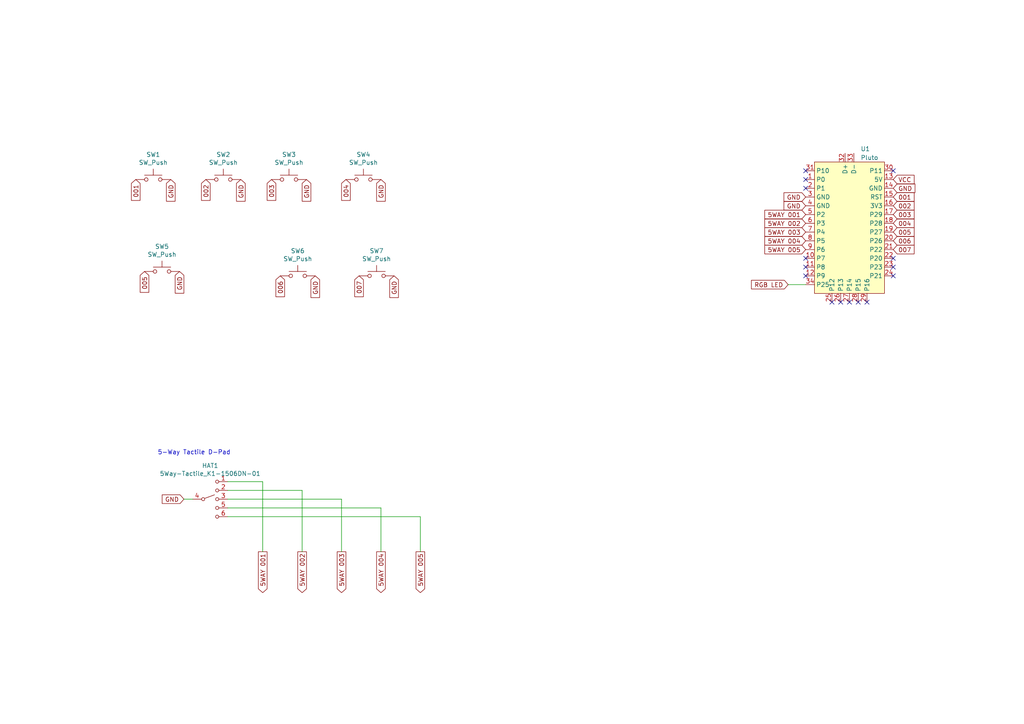
<source format=kicad_sch>
(kicad_sch (version 20230121) (generator eeschema)
  (paper "A4")
  (lib_symbols
    (symbol "Best Symbol Library Final v3:5Way-Tactile_K1-1506DN-01" (pin_names (offset 0) hide)
      (property "Reference" "HAT1" (at 0 9.7282 0))
      (property "Value" "5Way-Tactile_K1-1506DN-01" (at 0 7.4168 0))
      (symbol "5Way-Tactile_K1-1506DN-01_0_1"
        (circle (center -2.032 0) (radius 0.4572))
        (polyline (pts (xy -1.524 0.254) (xy 1.27 1.27)))
        (circle (center 2.032 -2.54) (radius 0.4572))
        (circle (center 2.032 0) (radius 0.4572))
        (circle (center 2.032 2.54) (radius 0.4572))
      )
      (symbol "5Way-Tactile_K1-1506DN-01_1_1"
        (circle (center 2.032 -5.08) (radius 0.4572))
        (circle (center 2.032 5.08) (radius 0.4572))
        (pin passive line (at 5.08 5.08 180) (length 2.54) (name "1") (number "1"))
        (pin passive line (at 5.08 2.54 180) (length 2.54) (name "2") (number "2"))
        (pin passive line (at 5.08 0 180) (length 2.54) (name "3") (number "3"))
        (pin passive line (at -5.08 0 0) (length 2.54) (name "4") (number "4"))
        (pin passive line (at 5.08 -2.54 180) (length 2.54) (name "5") (number "5"))
        (pin passive line (at 5.08 -5.08 180) (length 2.54) (name "6") (number "6"))
      )
    )
    (symbol "PCM_marbastlib-promicroish:Helios" (in_bom no)
      (property "Reference" "U" (at -7.62 22.86 0))
      (property "Value" "Pluto" (at -7.62 20.32 0))
      (symbol "Helios_0_0"
        (pin bidirectional line (at -12.7 13.97 0) (length 2.54) (name "P0") (number "1"))
        (pin bidirectional line (at -12.7 -8.89 0) (length 2.54) (name "P7") (number "10"))
        (pin bidirectional line (at -12.7 -11.43 0) (length 2.54) (name "P8") (number "11"))
        (pin bidirectional line (at -12.7 -13.97 0) (length 2.54) (name "P9") (number "12"))
        (pin power_out line (at 12.7 11.43 180) (length 2.54) (name "GND") (number "14"))
        (pin bidirectional line (at 12.7 8.89 180) (length 2.54) (name "RST") (number "15"))
        (pin bidirectional line (at 12.7 3.81 180) (length 2.54) (name "P29") (number "17"))
        (pin bidirectional line (at 12.7 1.27 180) (length 2.54) (name "P28") (number "18"))
        (pin bidirectional line (at 12.7 -1.27 180) (length 2.54) (name "P27") (number "19"))
        (pin bidirectional line (at -12.7 11.43 0) (length 2.54) (name "P1") (number "2"))
        (pin bidirectional line (at 12.7 -3.81 180) (length 2.54) (name "P26") (number "20"))
        (pin bidirectional line (at 12.7 -6.35 180) (length 2.54) (name "P22") (number "21"))
        (pin bidirectional line (at 12.7 -8.89 180) (length 2.54) (name "P20") (number "22"))
        (pin bidirectional line (at 12.7 -11.43 180) (length 2.54) (name "P23") (number "23"))
        (pin bidirectional line (at 12.7 -13.97 180) (length 2.54) (name "P21") (number "24"))
        (pin power_out line (at -12.7 8.89 0) (length 2.54) (name "GND") (number "3"))
        (pin power_out line (at -12.7 6.35 0) (length 2.54) (name "GND") (number "4"))
        (pin bidirectional line (at -12.7 3.81 0) (length 2.54) (name "P2") (number "5"))
        (pin bidirectional line (at -12.7 1.27 0) (length 2.54) (name "P3") (number "6"))
        (pin bidirectional line (at -12.7 -1.27 0) (length 2.54) (name "P4") (number "7"))
        (pin bidirectional line (at -12.7 -3.81 0) (length 2.54) (name "P5") (number "8"))
        (pin bidirectional line (at -12.7 -6.35 0) (length 2.54) (name "P6") (number "9"))
      )
      (symbol "Helios_1_0"
        (pin bidirectional line (at 12.7 13.97 180) (length 2.54) (name "5V") (number "13"))
        (pin power_out line (at 12.7 6.35 180) (length 2.54) (name "3V3") (number "16"))
        (pin bidirectional line (at -5.08 -21.59 90) (length 2.54) (name "P12") (number "25"))
        (pin bidirectional line (at -2.54 -21.59 90) (length 2.54) (name "P13") (number "26"))
        (pin bidirectional line (at 0 -21.59 90) (length 2.54) (name "P14") (number "27"))
        (pin bidirectional line (at 2.54 -21.59 90) (length 2.54) (name "P15") (number "28"))
        (pin bidirectional line (at 5.08 -21.59 90) (length 2.54) (name "P16") (number "29"))
        (pin power_in line (at 12.7 16.51 180) (length 2.54) (name "P11") (number "30"))
        (pin bidirectional line (at -12.7 16.51 0) (length 2.54) (name "P10") (number "31"))
        (pin bidirectional line (at -1.27 21.59 270) (length 2.54) (name "D+") (number "32"))
        (pin bidirectional line (at 1.27 21.59 270) (length 2.54) (name "D-") (number "33"))
        (pin bidirectional line (at -12.7 -16.51 0) (length 2.54) (name "P25") (number "34"))
      )
      (symbol "Helios_1_1"
        (rectangle (start -10.16 19.05) (end 10.16 -19.05) (fill (type background)))
      )
    )
    (symbol "Switch:SW_Push" (pin_numbers hide) (pin_names (offset 1.016) hide)
      (property "Reference" "SW" (at 1.27 2.54 0))
      (property "Value" "SW_Push" (at 0 -1.524 0))
      (symbol "SW_Push_0_1"
        (circle (center -2.032 0) (radius 0.508))
        (polyline (pts (xy 0 1.27) (xy 0 3.048)))
        (polyline (pts (xy 2.54 1.27) (xy -2.54 1.27)))
        (circle (center 2.032 0) (radius 0.508))
        (pin passive line (at -5.08 0 0) (length 2.54) (name "1") (number "1"))
        (pin passive line (at 5.08 0 180) (length 2.54) (name "2") (number "2"))
      )
    )
  )
  (no_connect (at 248.92 87.63))
  (no_connect (at 233.68 80.01))
  (no_connect (at 259.08 74.93))
  (no_connect (at 233.68 54.61))
  (no_connect (at 259.08 80.01))
  (no_connect (at 233.68 52.07))
  (no_connect (at 233.68 49.53))
  (no_connect (at 233.68 77.47))
  (no_connect (at 243.84 87.63))
  (no_connect (at 233.68 74.93))
  (no_connect (at 259.08 77.47))
  (no_connect (at 259.08 49.53))
  (no_connect (at 246.38 87.63))
  (no_connect (at 251.46 87.63))
  (no_connect (at 241.3 87.63))
  (wire (pts (xy 55.88 144.78) (xy 53.34 144.78)))
  (wire (pts (xy 66.04 149.86) (xy 121.92 149.86)))
  (wire (pts (xy 87.63 142.24) (xy 87.63 160.02)))
  (wire (pts (xy 76.2 139.7) (xy 76.2 160.02)))
  (wire (pts (xy 99.06 144.78) (xy 99.06 160.02)))
  (wire (pts (xy 110.49 147.32) (xy 110.49 160.02)))
  (wire (pts (xy 66.04 147.32) (xy 110.49 147.32)))
  (wire (pts (xy 121.92 149.86) (xy 121.92 160.02)))
  (wire (pts (xy 228.6 82.55) (xy 233.68 82.55)))
  (wire (pts (xy 66.04 139.7) (xy 76.2 139.7)))
  (wire (pts (xy 66.04 144.78) (xy 99.06 144.78)))
  (wire (pts (xy 66.04 142.24) (xy 87.63 142.24)))
  (text "5-Way Tactile D-Pad" (at 45.72 132.08 0) (effects (font (size 1.27 1.27)) (justify left bottom)))
  (global_label "005" (shape input) (at 259.08 67.31 0) (property "Intersheetrefs" "${INTERSHEET_REFS}" (effects hide)))
  (global_label "GND" (shape input) (at 69.85 52.07 270) (property "Intersheetrefs" "${INTERSHEET_REFS}" (effects hide)))
  (global_label "003" (shape input) (at 259.08 62.23 0) (property "Intersheetrefs" "${INTERSHEET_REFS}" (effects hide)))
  (global_label "002" (shape input) (at 259.08 59.69 0) (property "Intersheetrefs" "${INTERSHEET_REFS}" (effects hide)))
  (global_label "001" (shape input) (at 39.37 52.07 270) (property "Intersheetrefs" "${INTERSHEET_REFS}" (effects hide)))
  (global_label "004" (shape input) (at 100.33 52.07 270) (property "Intersheetrefs" "${INTERSHEET_REFS}" (effects hide)))
  (global_label "GND" (shape input) (at 110.49 52.07 270) (property "Intersheetrefs" "${INTERSHEET_REFS}" (effects hide)))
  (global_label "5WAY 005" (shape output) (at 121.92 160.02 270) (property "Intersheetrefs" "${INTERSHEET_REFS}" (effects hide)))
  (global_label "GND" (shape input) (at 52.07 78.74 270) (property "Intersheetrefs" "${INTERSHEET_REFS}" (effects hide)))
  (global_label "GND" (shape input) (at 91.44 80.01 270) (property "Intersheetrefs" "${INTERSHEET_REFS}" (effects hide)))
  (global_label "GND" (shape input) (at 233.68 57.15 180) (property "Intersheetrefs" "${INTERSHEET_REFS}" (effects hide)))
  (global_label "5WAY 002" (shape output) (at 87.63 160.02 270) (property "Intersheetrefs" "${INTERSHEET_REFS}" (effects hide)))
  (global_label "007" (shape input) (at 104.14 80.01 270) (property "Intersheetrefs" "${INTERSHEET_REFS}" (effects hide)))
  (global_label "004" (shape input) (at 259.08 64.77 0) (property "Intersheetrefs" "${INTERSHEET_REFS}" (effects hide)))
  (global_label "GND" (shape input) (at 88.9 52.07 270) (property "Intersheetrefs" "${INTERSHEET_REFS}" (effects hide)))
  (global_label "006" (shape input) (at 259.08 69.85 0) (property "Intersheetrefs" "${INTERSHEET_REFS}" (effects hide)))
  (global_label "RGB LED" (shape input) (at 228.6 82.55 180) (property "Intersheetrefs" "${INTERSHEET_REFS}" (effects hide)))
  (global_label "5WAY 001" (shape input) (at 233.68 62.23 180) (property "Intersheetrefs" "${INTERSHEET_REFS}" (effects hide)))
  (global_label "5WAY 001" (shape output) (at 76.2 160.02 270) (property "Intersheetrefs" "${INTERSHEET_REFS}" (effects hide)))
  (global_label "005" (shape input) (at 41.91 78.74 270) (property "Intersheetrefs" "${INTERSHEET_REFS}" (effects hide)))
  (global_label "5WAY 003" (shape output) (at 99.06 160.02 270) (property "Intersheetrefs" "${INTERSHEET_REFS}" (effects hide)))
  (global_label "5WAY 004" (shape input) (at 233.68 69.85 180) (property "Intersheetrefs" "${INTERSHEET_REFS}" (effects hide)))
  (global_label "007" (shape input) (at 259.08 72.39 0) (property "Intersheetrefs" "${INTERSHEET_REFS}" (effects hide)))
  (global_label "GND" (shape input) (at 53.34 144.78 180) (property "Intersheetrefs" "${INTERSHEET_REFS}" (effects hide)))
  (global_label "003" (shape input) (at 78.74 52.07 270) (property "Intersheetrefs" "${INTERSHEET_REFS}" (effects hide)))
  (global_label "GND" (shape input) (at 114.3 80.01 270) (property "Intersheetrefs" "${INTERSHEET_REFS}" (effects hide)))
  (global_label "5WAY 002" (shape input) (at 233.68 64.77 180) (property "Intersheetrefs" "${INTERSHEET_REFS}" (effects hide)))
  (global_label "001" (shape input) (at 259.08 57.15 0) (property "Intersheetrefs" "${INTERSHEET_REFS}" (effects hide)))
  (global_label "5WAY 004" (shape output) (at 110.49 160.02 270) (property "Intersheetrefs" "${INTERSHEET_REFS}" (effects hide)))
  (global_label "GND" (shape input) (at 49.53 52.07 270) (property "Intersheetrefs" "${INTERSHEET_REFS}" (effects hide)))
  (global_label "VCC" (shape input) (at 259.08 52.07 0) (property "Intersheetrefs" "${INTERSHEET_REFS}" (effects hide)))
  (global_label "002" (shape input) (at 59.69 52.07 270) (property "Intersheetrefs" "${INTERSHEET_REFS}" (effects hide)))
  (global_label "GND" (shape input) (at 259.08 54.61 0) (property "Intersheetrefs" "${INTERSHEET_REFS}" (effects hide)))
  (global_label "006" (shape input) (at 81.28 80.01 270) (property "Intersheetrefs" "${INTERSHEET_REFS}" (effects hide)))
  (global_label "5WAY 003" (shape input) (at 233.68 67.31 180) (property "Intersheetrefs" "${INTERSHEET_REFS}" (effects hide)))
  (global_label "GND" (shape input) (at 233.68 59.69 180) (property "Intersheetrefs" "${INTERSHEET_REFS}" (effects hide)))
  (global_label "5WAY 005" (shape input) (at 233.68 72.39 180) (property "Intersheetrefs" "${INTERSHEET_REFS}" (effects hide)))
  (symbol (lib_id "Switch:SW_Push") (at 64.77 52.07 0) (unit 1)
    (property "Reference" "SW2" (at 64.77 44.831 0))
    (property "Value" "SW_Push" (at 64.77 47.1424 0))
    (property "Footprint" "UWUmasterGatekeeperHusoLib:Kailh_ChocV1_HS_Sol_SOCKETxPURPZx1uMBK_GOLD" (effects hide))
  )
  (symbol (lib_id "Switch:SW_Push") (at 83.82 52.07 0) (unit 1)
    (property "Reference" "SW3" (at 83.82 44.831 0))
    (property "Value" "SW_Push" (at 83.82 47.1424 0))
    (property "Footprint" "UWUmasterGatekeeperHusoLib:Kailh_ChocV1_HS_Sol_SOCKETxPURPZx1uMBK_white" (effects hide))
  )
  (symbol (lib_id "Switch:SW_Push") (at 109.22 80.01 0) (unit 1)
    (property "Reference" "SW7" (at 109.22 72.771 0))
    (property "Value" "SW_Push" (at 109.22 75.0824 0))
    (property "Footprint" "UWUmasterGatekeeperHusoLib:Kailh_ChocV1_HS_Sol_SOCKETxPURPZx1uMBK_white" (effects hide))
  )
  (symbol (lib_id "Switch:SW_Push") (at 105.41 52.07 0) (unit 1)
    (property "Reference" "SW4" (at 105.41 44.831 0))
    (property "Value" "SW_Push" (at 105.41 47.1424 0))
    (property "Footprint" "UWUmasterGatekeeperHusoLib:Kailh_ChocV1_HS_Sol_SOCKETxPURPZx1uMBK_white" (effects hide))
  )
  (symbol (lib_id "Best Symbol Library Final v3:5Way-Tactile_K1-1506DN-01") (at 60.96 144.78 0) (unit 1)
    (property "Reference" "HAT1" (at 60.96 135.0518 0))
    (property "Value" "5Way-Tactile_K1-1506DN-01" (at 60.96 137.3632 0))
    (property "Footprint" "UWUmasterGatekeeperHusoLib:5Way-non-reverse no silk 3D Model" (effects hide))
  )
  (symbol (lib_id "Switch:SW_Push") (at 46.99 78.74 0) (unit 1)
    (property "Reference" "SW5" (at 46.99 71.501 0))
    (property "Value" "SW_Push" (at 46.99 73.8124 0))
    (property "Footprint" "UWUmasterGatekeeperHusoLib:Kailh_ChocV1_HS_Sol_SOCKETxPURPZx1uMBK_white" (effects hide))
  )
  (symbol (lib_id "Switch:SW_Push") (at 86.36 80.01 0) (unit 1)
    (property "Reference" "SW6" (at 86.36 72.771 0))
    (property "Value" "SW_Push" (at 86.36 75.0824 0))
    (property "Footprint" "UWUmasterGatekeeperHusoLib:Kailh_ChocV1_HS_Sol_SOCKETxPURPZx1uMBK_white" (effects hide))
  )
  (symbol (lib_id "PCM_marbastlib-promicroish:Helios") (at 246.38 66.04 0) (unit 1) (in_bom no)
    (property "Reference" "U1" (at 249.6059 43.18 0) (effects (justify left)))
    (property "Value" "Pluto" (at 249.6059 45.72 0) (effects (justify left)))
    (property "Footprint" "UWUmasterGatekeeperHusoLib:Helios_ACH Helios 3D" (effects hide))
    (property "Datasheet" "https://github.com/0xCB-dev/0xCB-Helios" (effects hide))
  )
  (symbol (lib_id "Switch:SW_Push") (at 44.45 52.07 0) (unit 1)
    (property "Reference" "SW1" (at 44.45 44.831 0))
    (property "Value" "SW_Push" (at 44.45 47.1424 0))
    (property "Footprint" "UWUmasterGatekeeperHusoLib:Kailh_ChocV1_HS_Sol_SOCKETxPURPZx1uMBK_white" (effects hide))
  )
)
</source>
